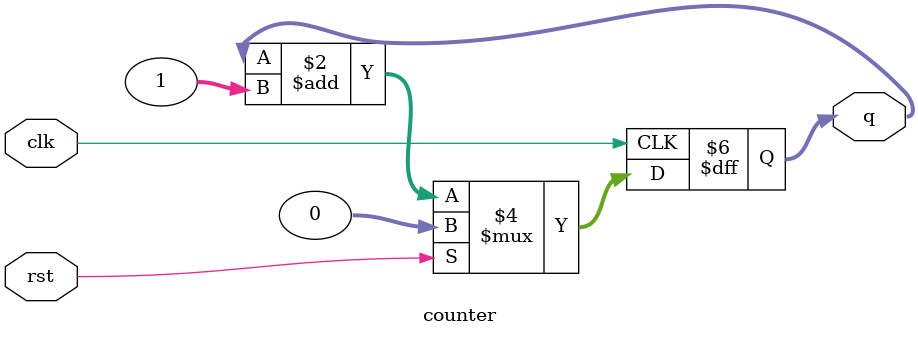
<source format=v>
`timescale 1ns / 1ps
`ifndef TESTBENC
  `define size 32
`endif

module bit32_up_counter (clk1,clk2,clk3,clk4,counter1,counter2,counter3,counter4,rst);

  input clk1,clk2,clk3,clk4;
  input rst;
  output [`size-1:0] counter1,counter2,counter3,counter4;

  counter counter1_dut(.clk(clk1),.rst(rst),.q(counter1));
  counter counter2_dut(.clk(clk2),.rst(rst),.q(counter2));
  counter counter3_dut(.clk(clk3),.rst(rst),.q(counter3));
  counter counter4_dut(.clk(clk4),.rst(rst),.q(counter4));

endmodule 

module counter (clk, q, rst);

  input clk;
  input rst;
  output reg [`size-1:0] q;
  
  always @ (posedge clk)
    begin
        if(rst)
    q <= 32'b00000000000000000000000000000000;
    else
    q <= q + 1;
  end

endmodule 



</source>
